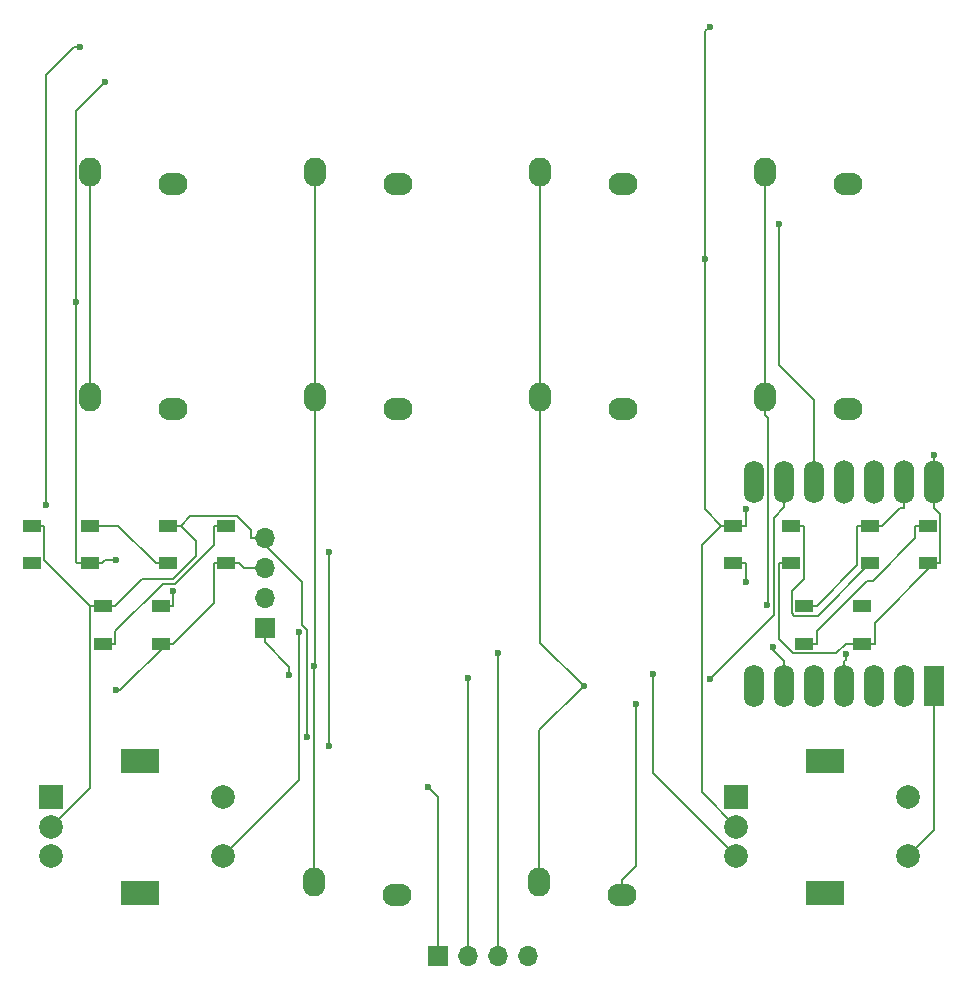
<source format=gbr>
%TF.GenerationSoftware,KiCad,Pcbnew,8.0.7*%
%TF.CreationDate,2025-02-13T02:08:44-05:00*%
%TF.ProjectId,makropad,6d616b72-6f70-4616-942e-6b696361645f,rev?*%
%TF.SameCoordinates,Original*%
%TF.FileFunction,Copper,L1,Top*%
%TF.FilePolarity,Positive*%
%FSLAX46Y46*%
G04 Gerber Fmt 4.6, Leading zero omitted, Abs format (unit mm)*
G04 Created by KiCad (PCBNEW 8.0.7) date 2025-02-13 02:08:44*
%MOMM*%
%LPD*%
G01*
G04 APERTURE LIST*
%TA.AperFunction,SMDPad,CuDef*%
%ADD10R,1.500000X1.000000*%
%TD*%
%TA.AperFunction,ComponentPad*%
%ADD11O,1.900000X2.450000*%
%TD*%
%TA.AperFunction,ComponentPad*%
%ADD12O,2.450000X1.900000*%
%TD*%
%TA.AperFunction,ComponentPad*%
%ADD13R,1.700000X1.700000*%
%TD*%
%TA.AperFunction,ComponentPad*%
%ADD14O,1.700000X1.700000*%
%TD*%
%TA.AperFunction,ComponentPad*%
%ADD15R,2.000000X2.000000*%
%TD*%
%TA.AperFunction,ComponentPad*%
%ADD16C,2.000000*%
%TD*%
%TA.AperFunction,ComponentPad*%
%ADD17R,3.200000X2.000000*%
%TD*%
%TA.AperFunction,ComponentPad*%
%ADD18R,1.700000X3.500000*%
%TD*%
%TA.AperFunction,ComponentPad*%
%ADD19O,1.700000X3.600000*%
%TD*%
%TA.AperFunction,ComponentPad*%
%ADD20O,1.700000X3.700000*%
%TD*%
%TA.AperFunction,ViaPad*%
%ADD21C,0.600000*%
%TD*%
%TA.AperFunction,Conductor*%
%ADD22C,0.200000*%
%TD*%
G04 APERTURE END LIST*
D10*
%TO.P,D25,1,VSS*%
%TO.N,GND*%
X120600000Y-96800000D03*
%TO.P,D25,2,DIN*%
%TO.N,Net-(D24-DOUT)*%
X120600000Y-100000000D03*
%TO.P,D25,3,VDD*%
%TO.N,VCC*%
X125500000Y-100000000D03*
%TO.P,D25,4,DOUT*%
%TO.N,Net-(D25-DOUT)*%
X125500000Y-96800000D03*
%TD*%
%TO.P,D28,1,VSS*%
%TO.N,GND*%
X180000000Y-96800000D03*
%TO.P,D28,2,DIN*%
%TO.N,Net-(D27-DOUT)*%
X180000000Y-100000000D03*
%TO.P,D28,3,VDD*%
%TO.N,VCC*%
X184900000Y-100000000D03*
%TO.P,D28,4,DOUT*%
%TO.N,unconnected-(D28-DOUT-Pad4)*%
X184900000Y-96800000D03*
%TD*%
D11*
%TO.P,SW4,1,1*%
%TO.N,COL3*%
X176700000Y-60070000D03*
D12*
%TO.P,SW4,2,2*%
%TO.N,Net-(D4-A)*%
X183700000Y-61120000D03*
%TD*%
D11*
%TO.P,SW10,1,1*%
%TO.N,COL2*%
X157570000Y-120200000D03*
D12*
%TO.P,SW10,2,2*%
%TO.N,Net-(D11-A)*%
X164570000Y-121250000D03*
%TD*%
D11*
%TO.P,SW1,1,1*%
%TO.N,COL0*%
X119550000Y-60070000D03*
D12*
%TO.P,SW1,2,2*%
%TO.N,Net-(D1-A)*%
X126550000Y-61120000D03*
%TD*%
D13*
%TO.P,J1,1,Pin_1*%
%TO.N,I2C_SDA*%
X134300000Y-98700000D03*
D14*
%TO.P,J1,2,Pin_2*%
%TO.N,I2C_SCL*%
X134300000Y-96160000D03*
%TO.P,J1,3,Pin_3*%
%TO.N,VCC*%
X134300000Y-93620000D03*
%TO.P,J1,4,Pin_4*%
%TO.N,GND*%
X134300000Y-91080000D03*
%TD*%
D10*
%TO.P,D27,1,VSS*%
%TO.N,GND*%
X185550000Y-90000000D03*
%TO.P,D27,2,DIN*%
%TO.N,Net-(D26-DOUT)*%
X185550000Y-93200000D03*
%TO.P,D27,3,VDD*%
%TO.N,VCC*%
X190450000Y-93200000D03*
%TO.P,D27,4,DOUT*%
%TO.N,Net-(D27-DOUT)*%
X190450000Y-90000000D03*
%TD*%
D15*
%TO.P,SW12,A,A*%
%TO.N,ENC_2_A*%
X174250000Y-113000000D03*
D16*
%TO.P,SW12,B,B*%
%TO.N,ENC_2_B*%
X174250000Y-118000000D03*
%TO.P,SW12,C,C*%
%TO.N,GND*%
X174250000Y-115500000D03*
D17*
%TO.P,SW12,MP*%
%TO.N,N/C*%
X181750000Y-109900000D03*
X181750000Y-121100000D03*
D16*
%TO.P,SW12,S1,S1*%
%TO.N,COL0*%
X188750000Y-118000000D03*
%TO.P,SW12,S2,S2*%
%TO.N,ENC_2_SWA*%
X188750000Y-113000000D03*
%TD*%
D10*
%TO.P,D24,1,VSS*%
%TO.N,GND*%
X126150000Y-90000000D03*
%TO.P,D24,2,DIN*%
%TO.N,Net-(D23-DOUT)*%
X126150000Y-93200000D03*
%TO.P,D24,3,VDD*%
%TO.N,VCC*%
X131050000Y-93200000D03*
%TO.P,D24,4,DOUT*%
%TO.N,Net-(D24-DOUT)*%
X131050000Y-90000000D03*
%TD*%
%TO.P,D26,1,VSS*%
%TO.N,GND*%
X174000000Y-90000000D03*
%TO.P,D26,2,DIN*%
%TO.N,Net-(D25-DOUT)*%
X174000000Y-93200000D03*
%TO.P,D26,3,VDD*%
%TO.N,VCC*%
X178900000Y-93200000D03*
%TO.P,D26,4,DOUT*%
%TO.N,Net-(D26-DOUT)*%
X178900000Y-90000000D03*
%TD*%
%TO.P,D23,1,VSS*%
%TO.N,GND*%
X114600000Y-90000000D03*
%TO.P,D23,2,DIN*%
%TO.N,STATUS_LED*%
X114600000Y-93200000D03*
%TO.P,D23,3,VDD*%
%TO.N,VCC*%
X119500000Y-93200000D03*
%TO.P,D23,4,DOUT*%
%TO.N,Net-(D23-DOUT)*%
X119500000Y-90000000D03*
%TD*%
D11*
%TO.P,SW6,1,1*%
%TO.N,COL1*%
X138600000Y-79120000D03*
D12*
%TO.P,SW6,2,2*%
%TO.N,Net-(D6-A)*%
X145600000Y-80170000D03*
%TD*%
D11*
%TO.P,SW2,1,1*%
%TO.N,COL1*%
X138600000Y-60070000D03*
D12*
%TO.P,SW2,2,2*%
%TO.N,Net-(D2-A)*%
X145600000Y-61120000D03*
%TD*%
D11*
%TO.P,SW7,1,1*%
%TO.N,COL2*%
X157650000Y-79120000D03*
D12*
%TO.P,SW7,2,2*%
%TO.N,Net-(D7-A)*%
X164650000Y-80170000D03*
%TD*%
D15*
%TO.P,SW11,A,A*%
%TO.N,ENC_1_A*%
X116250000Y-113000000D03*
D16*
%TO.P,SW11,B,B*%
%TO.N,ENC_1_B*%
X116250000Y-118000000D03*
%TO.P,SW11,C,C*%
%TO.N,GND*%
X116250000Y-115500000D03*
D17*
%TO.P,SW11,MP*%
%TO.N,N/C*%
X123750000Y-109900000D03*
X123750000Y-121100000D03*
D16*
%TO.P,SW11,S1,S1*%
%TO.N,COL3*%
X130750000Y-118000000D03*
%TO.P,SW11,S2,S2*%
%TO.N,ENC_1_SWA*%
X130750000Y-113000000D03*
%TD*%
D11*
%TO.P,SW5,1,1*%
%TO.N,COL0*%
X119550000Y-79120000D03*
D12*
%TO.P,SW5,2,2*%
%TO.N,Net-(D5-A)*%
X126550000Y-80170000D03*
%TD*%
D11*
%TO.P,SW8,1,1*%
%TO.N,COL3*%
X176700000Y-79120000D03*
D12*
%TO.P,SW8,2,2*%
%TO.N,Net-(D8-A)*%
X183700000Y-80170000D03*
%TD*%
D13*
%TO.P,J2,1,Pin_1*%
%TO.N,VCC*%
X148950000Y-126475000D03*
D14*
%TO.P,J2,2,Pin_2*%
%TO.N,I2C_SDA*%
X151490000Y-126475000D03*
%TO.P,J2,3,Pin_3*%
%TO.N,I2C_SCL*%
X154030000Y-126475000D03*
%TO.P,J2,4,Pin_4*%
%TO.N,GND*%
X156570000Y-126475000D03*
%TD*%
D11*
%TO.P,SW3,1,1*%
%TO.N,COL2*%
X157650000Y-60070000D03*
D12*
%TO.P,SW3,2,2*%
%TO.N,Net-(D3-A)*%
X164650000Y-61120000D03*
%TD*%
D11*
%TO.P,SW9,1,1*%
%TO.N,COL1*%
X138520000Y-120200000D03*
D12*
%TO.P,SW9,2,2*%
%TO.N,Net-(D10-A)*%
X145520000Y-121250000D03*
%TD*%
D18*
%TO.P,U2,1,PA02_A0_D0*%
%TO.N,COL0*%
X191000000Y-103600000D03*
D19*
%TO.P,U2,2,PA4_A1_D1*%
%TO.N,COL1*%
X188460000Y-103600000D03*
%TO.P,U2,3,PA10_A2_D2*%
%TO.N,COL2*%
X185920000Y-103600000D03*
%TO.P,U2,4,PA11_A3_D3*%
%TO.N,COL3*%
X183380000Y-103600000D03*
%TO.P,U2,5,PA8_A4_D4_SDA*%
%TO.N,I2C_SDA*%
X180840000Y-103600000D03*
%TO.P,U2,6,PA9_A5_D5_SCL*%
%TO.N,I2C_SCL*%
X178300000Y-103600000D03*
%TO.P,U2,7,PB08_A6_D6_TX*%
%TO.N,unconnected-(U2-PB08_A6_D6_TX-Pad7)*%
X175760000Y-103600000D03*
%TO.P,U2,8,PB09_A7_D7_RX*%
%TO.N,unconnected-(U2-PB09_A7_D7_RX-Pad8)*%
X175760000Y-86350000D03*
%TO.P,U2,9,PA7_A8_D8_SCK*%
%TO.N,ROW2*%
X178300000Y-86350000D03*
%TO.P,U2,10,PA5_A9_D9_MISO*%
%TO.N,ROW0*%
X180840000Y-86350000D03*
D20*
%TO.P,U2,11,PA6_A10_D10_MOSI*%
%TO.N,ROW1*%
X183380000Y-86350000D03*
%TO.P,U2,12,3V3*%
%TO.N,unconnected-(U2-3V3-Pad12)*%
X185920000Y-86350000D03*
%TO.P,U2,13,GND*%
%TO.N,GND*%
X188460000Y-86350000D03*
%TO.P,U2,14,5V*%
%TO.N,VCC*%
X191000000Y-86350000D03*
%TD*%
D21*
%TO.N,ROW0*%
X177861700Y-64500000D03*
%TO.N,ROW2*%
X171976000Y-102988000D03*
%TO.N,Net-(D11-A)*%
X165714000Y-105098000D03*
%TO.N,VCC*%
X148098000Y-112143000D03*
X121735000Y-103941000D03*
X191000000Y-83984700D03*
X118292000Y-71051700D03*
X120750000Y-52470000D03*
X121741000Y-92937100D03*
%TO.N,I2C_SDA*%
X136410000Y-102648000D03*
X151490000Y-102870000D03*
%TO.N,GND*%
X171584000Y-67448300D03*
X137889000Y-107898000D03*
X172000000Y-47750000D03*
X175052000Y-88638300D03*
%TO.N,I2C_SCL*%
X154030000Y-100750000D03*
X177309000Y-100293000D03*
%TO.N,ENC_2_B*%
X167214000Y-102576000D03*
%TO.N,COL1*%
X138520000Y-101912000D03*
%TO.N,COL2*%
X161304000Y-103600000D03*
%TO.N,COL3*%
X176817000Y-96753100D03*
X183489000Y-100878000D03*
X137232000Y-99022700D03*
%TO.N,RGB2*%
X139729000Y-92270000D03*
X139729000Y-108634000D03*
%TO.N,RGB*%
X115804000Y-88234000D03*
X118655000Y-49458500D03*
%TO.N,Net-(D25-DOUT)*%
X175052000Y-94771700D03*
X126552000Y-95509800D03*
%TD*%
D22*
%TO.N,ROW0*%
X180840000Y-87350000D02*
X180840000Y-79353000D01*
X180840000Y-79353000D02*
X177861700Y-76374700D01*
X177861700Y-76374700D02*
X177861700Y-64500000D01*
%TO.N,ROW2*%
X177432000Y-97532200D02*
X177432000Y-89320000D01*
X171976000Y-102988000D02*
X177432000Y-97532200D01*
X177432000Y-89320000D02*
X178300000Y-88451700D01*
X178300000Y-88451700D02*
X178300000Y-87350000D01*
%TO.N,Net-(D11-A)*%
X164570000Y-119998000D02*
X165714000Y-118855000D01*
X164570000Y-121250000D02*
X164570000Y-119998000D01*
X165714000Y-118855000D02*
X165714000Y-105098000D01*
%TO.N,VCC*%
X118292000Y-93043200D02*
X118292000Y-71051700D01*
X191000000Y-87350000D02*
X191000000Y-83984700D01*
X120815000Y-92937100D02*
X120552000Y-93200000D01*
X132522000Y-93620000D02*
X134300000Y-93620000D01*
X119500000Y-93200000D02*
X118448000Y-93200000D01*
X121741000Y-92937100D02*
X120815000Y-92937100D01*
X148950000Y-112995000D02*
X148098000Y-112143000D01*
X126026000Y-100000000D02*
X122085000Y-103941000D01*
X131050000Y-93200000D02*
X132102000Y-93200000D01*
X148950000Y-126475000D02*
X148950000Y-112995000D01*
X126552000Y-100000000D02*
X126026000Y-100000000D01*
X190450000Y-93200000D02*
X190976000Y-93200000D01*
X132102000Y-93200000D02*
X132522000Y-93620000D01*
X184900000Y-100000000D02*
X185952000Y-100000000D01*
X118292000Y-71051700D02*
X118292000Y-54928000D01*
X191502000Y-89003400D02*
X191000000Y-88501700D01*
X179075000Y-100802000D02*
X177848000Y-99574900D01*
X129998000Y-96553400D02*
X126552000Y-100000000D01*
X183516000Y-100000000D02*
X182715000Y-100802000D01*
X129998000Y-93200000D02*
X129998000Y-96553400D01*
X131050000Y-93200000D02*
X129998000Y-93200000D01*
X118448000Y-93200000D02*
X118292000Y-93043200D01*
X185952000Y-98224200D02*
X190976000Y-93200000D01*
X191000000Y-88501700D02*
X191000000Y-87350000D01*
X122085000Y-103941000D02*
X121735000Y-103941000D01*
X177848000Y-99574900D02*
X177848000Y-93200000D01*
X182715000Y-100802000D02*
X179075000Y-100802000D01*
X185952000Y-100000000D02*
X185952000Y-98224200D01*
X125500000Y-100000000D02*
X126026000Y-100000000D01*
X177848000Y-93200000D02*
X178900000Y-93200000D01*
X191502000Y-93200000D02*
X191502000Y-89003400D01*
X120552000Y-93200000D02*
X119500000Y-93200000D01*
X184900000Y-100000000D02*
X183516000Y-100000000D01*
X190976000Y-93200000D02*
X191502000Y-93200000D01*
X118292000Y-54928000D02*
X120750000Y-52470000D01*
%TO.N,I2C_SDA*%
X151490000Y-126475000D02*
X151490000Y-102870000D01*
X134300000Y-99851700D02*
X136410000Y-101962000D01*
X134300000Y-98700000D02*
X134300000Y-99851700D01*
X136410000Y-101962000D02*
X136410000Y-102648000D01*
%TO.N,GND*%
X126150000Y-90000000D02*
X127200000Y-90000000D01*
X188460000Y-88501700D02*
X188460000Y-87350000D01*
X128003000Y-89198300D02*
X127202000Y-90000000D01*
X188100000Y-88501700D02*
X188460000Y-88501700D01*
X126544000Y-94506300D02*
X128499000Y-92550700D01*
X120600000Y-96800000D02*
X121652000Y-96800000D01*
X137889000Y-98828700D02*
X137889000Y-107898000D01*
X186602000Y-90000000D02*
X188100000Y-88501700D01*
X175052000Y-90000000D02*
X175052000Y-88638300D01*
X131986000Y-89198300D02*
X128003000Y-89198300D01*
X134300000Y-91080000D02*
X133724000Y-91080000D01*
X116250000Y-115500000D02*
X119548000Y-112202000D01*
X115652000Y-92903400D02*
X119548000Y-96800000D01*
X174000000Y-90000000D02*
X175052000Y-90000000D01*
X172948000Y-90000000D02*
X171584000Y-88635600D01*
X120600000Y-96800000D02*
X119548000Y-96800000D01*
X133724000Y-91080000D02*
X137463000Y-94819000D01*
X127202000Y-90000000D02*
X127200000Y-90000000D01*
X133724000Y-91080000D02*
X133148000Y-91080000D01*
X171584000Y-48166000D02*
X172000000Y-47750000D01*
X171584000Y-88635600D02*
X171584000Y-67448300D01*
X174250000Y-115500000D02*
X171333000Y-112583000D01*
X137463000Y-98403100D02*
X137889000Y-98828700D01*
X133148000Y-90360200D02*
X131986000Y-89198300D01*
X180000000Y-96800000D02*
X181052000Y-96800000D01*
X123945000Y-94506300D02*
X126544000Y-94506300D01*
X171333000Y-112583000D02*
X171333000Y-91615100D01*
X184498000Y-90000000D02*
X185550000Y-90000000D01*
X174000000Y-90000000D02*
X172948000Y-90000000D01*
X185550000Y-90000000D02*
X186602000Y-90000000D01*
X128499000Y-91299100D02*
X127200000Y-90000000D01*
X119548000Y-112202000D02*
X119548000Y-96800000D01*
X171584000Y-67448300D02*
X171584000Y-48166000D01*
X121652000Y-96800000D02*
X123945000Y-94506300D01*
X115652000Y-90000000D02*
X115652000Y-92903400D01*
X128499000Y-92550700D02*
X128499000Y-91299100D01*
X181052000Y-96800000D02*
X184498000Y-93353400D01*
X184498000Y-93353400D02*
X184498000Y-90000000D01*
X133148000Y-91080000D02*
X133148000Y-90360200D01*
X171333000Y-91615100D02*
X172948000Y-90000000D01*
X114600000Y-90000000D02*
X115652000Y-90000000D01*
X137463000Y-94819000D02*
X137463000Y-98403100D01*
%TO.N,I2C_SCL*%
X178300000Y-101498000D02*
X177309000Y-100507000D01*
X178300000Y-102600000D02*
X178300000Y-101498000D01*
X177309000Y-100507000D02*
X177309000Y-100293000D01*
X154030000Y-126475000D02*
X154030000Y-100750000D01*
%TO.N,ENC_2_B*%
X167214000Y-110964000D02*
X167214000Y-102576000D01*
X174250000Y-118000000D02*
X167214000Y-110964000D01*
%TO.N,COL0*%
X119550000Y-60070000D02*
X119550000Y-79120000D01*
X191000000Y-115750000D02*
X188750000Y-118000000D01*
X191000000Y-102600000D02*
X191000000Y-115750000D01*
%TO.N,COL1*%
X138600000Y-101832000D02*
X138520000Y-101912000D01*
X138600000Y-60070000D02*
X138600000Y-79120000D01*
X138600000Y-79120000D02*
X138600000Y-101832000D01*
X138520000Y-120200000D02*
X138520000Y-101912000D01*
%TO.N,COL2*%
X157650000Y-99946300D02*
X161304000Y-103600000D01*
X157570000Y-120200000D02*
X157570000Y-107334000D01*
X157650000Y-79120000D02*
X157650000Y-99946300D01*
X157570000Y-107334000D02*
X161304000Y-103600000D01*
X157650000Y-60070000D02*
X157650000Y-79120000D01*
%TO.N,COL3*%
X176700000Y-60070000D02*
X176700000Y-79120000D01*
X176948000Y-96622500D02*
X176817000Y-96753100D01*
X176948000Y-80894200D02*
X176948000Y-96622500D01*
X183489000Y-101389000D02*
X183489000Y-100878000D01*
X176700000Y-79120000D02*
X176700000Y-80646700D01*
X137232000Y-111518000D02*
X137232000Y-99022700D01*
X183380000Y-102600000D02*
X183380000Y-101498000D01*
X130750000Y-118000000D02*
X137232000Y-111518000D01*
X183380000Y-101498000D02*
X183489000Y-101389000D01*
X176700000Y-80646700D02*
X176948000Y-80894200D01*
%TO.N,RGB2*%
X139729000Y-108634000D02*
X139729000Y-92270000D01*
%TO.N,RGB*%
X115804000Y-51831200D02*
X118176000Y-49458500D01*
X118176000Y-49458500D02*
X118655000Y-49458500D01*
X115804000Y-88234000D02*
X115804000Y-51831200D01*
%TO.N,Net-(D23-DOUT)*%
X121898000Y-90000000D02*
X119500000Y-90000000D01*
X125098000Y-93200000D02*
X121898000Y-90000000D01*
X126150000Y-93200000D02*
X125098000Y-93200000D01*
%TO.N,Net-(D24-DOUT)*%
X129998000Y-91619700D02*
X129998000Y-90000000D01*
X121652000Y-100000000D02*
X121652000Y-98948300D01*
X129998000Y-90000000D02*
X131050000Y-90000000D01*
X125692000Y-94908000D02*
X126710000Y-94908000D01*
X120600000Y-100000000D02*
X121652000Y-100000000D01*
X126710000Y-94908000D02*
X129998000Y-91619700D01*
X121652000Y-98948300D02*
X125692000Y-94908000D01*
%TO.N,Net-(D25-DOUT)*%
X175052000Y-93200000D02*
X175052000Y-94771700D01*
X174000000Y-93200000D02*
X175052000Y-93200000D01*
X126552000Y-96800000D02*
X126552000Y-95509800D01*
X125500000Y-96800000D02*
X126552000Y-96800000D01*
%TO.N,Net-(D26-DOUT)*%
X179952000Y-94527500D02*
X179952000Y-90000000D01*
X178924000Y-97402000D02*
X178924000Y-95554700D01*
X179952000Y-90000000D02*
X178900000Y-90000000D01*
X185550000Y-93200000D02*
X181131000Y-97619400D01*
X181131000Y-97619400D02*
X179142000Y-97619400D01*
X179142000Y-97619400D02*
X178924000Y-97402000D01*
X178924000Y-95554700D02*
X179952000Y-94527500D01*
%TO.N,Net-(D27-DOUT)*%
X185790000Y-94659800D02*
X189398000Y-91051700D01*
X189398000Y-91051700D02*
X189398000Y-90000000D01*
X181052000Y-100000000D02*
X181052000Y-98948300D01*
X180000000Y-100000000D02*
X181052000Y-100000000D01*
X185340000Y-94659800D02*
X185790000Y-94659800D01*
X181052000Y-98948300D02*
X185340000Y-94659800D01*
X189398000Y-90000000D02*
X190450000Y-90000000D01*
%TD*%
M02*

</source>
